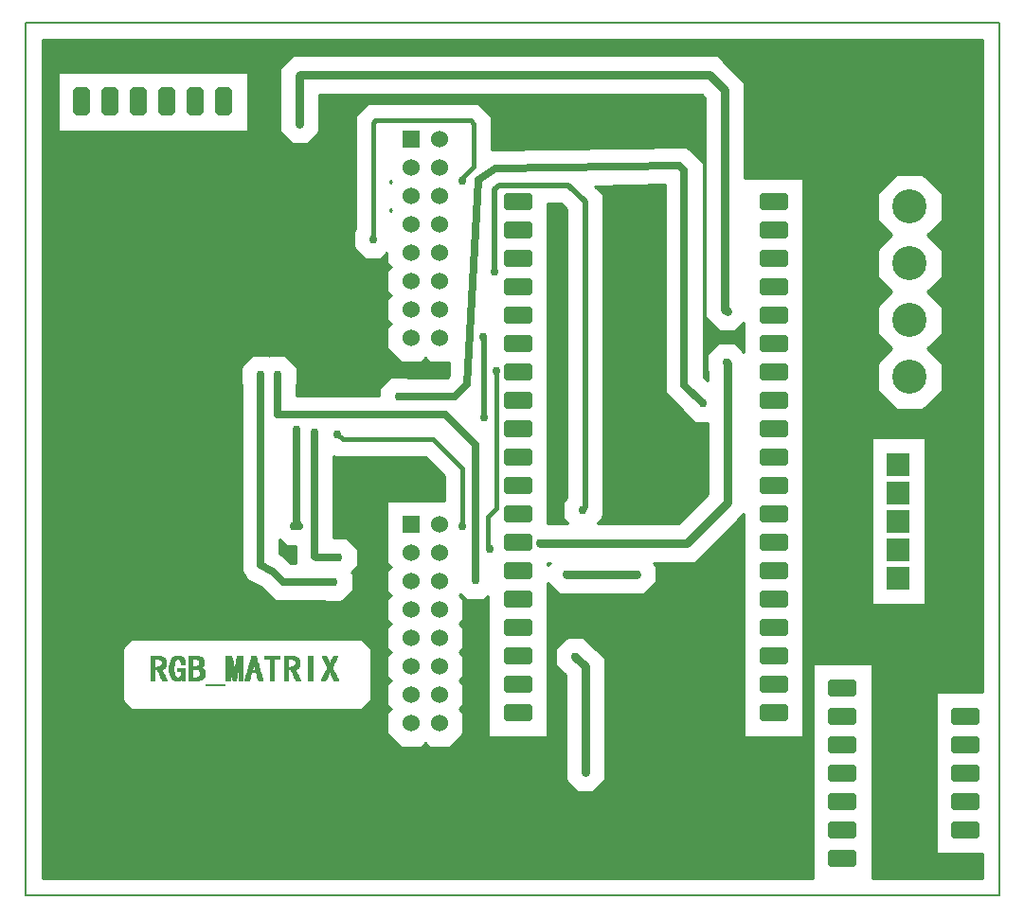
<source format=gbr>
G04 PROTEUS GERBER X2 FILE*
%TF.GenerationSoftware,Labcenter,Proteus,8.9-SP0-Build27865*%
%TF.CreationDate,2020-11-24T08:56:55+00:00*%
%TF.FileFunction,Copper,L1,Top*%
%TF.FilePolarity,Positive*%
%TF.Part,Single*%
%TF.SameCoordinates,{ee39a552-392a-4f40-a773-eadb6806b216}*%
%FSLAX45Y45*%
%MOMM*%
G01*
%TA.AperFunction,Conductor*%
%ADD10C,0.381000*%
%ADD11C,0.762000*%
%ADD12C,0.508000*%
%ADD13C,0.635000*%
%TA.AperFunction,ViaPad*%
%ADD14C,0.762000*%
%TA.AperFunction,Conductor*%
%ADD15C,0.254000*%
%TA.AperFunction,WasherPad*%
%ADD16R,1.524000X1.524000*%
%ADD17C,1.524000*%
%AMPPAD008*
4,1,36,
-0.965200,0.762000,
0.965200,0.762000,
1.027520,0.755940,
1.085160,0.738490,
1.136980,0.710770,
1.181890,0.673890,
1.218760,0.628980,
1.246480,0.577160,
1.263930,0.519520,
1.270000,0.457200,
1.270000,-0.457200,
1.263930,-0.519520,
1.246480,-0.577160,
1.218760,-0.628980,
1.181890,-0.673890,
1.136980,-0.710770,
1.085160,-0.738490,
1.027520,-0.755940,
0.965200,-0.762000,
-0.965200,-0.762000,
-1.027520,-0.755940,
-1.085160,-0.738490,
-1.136980,-0.710770,
-1.181890,-0.673890,
-1.218760,-0.628980,
-1.246480,-0.577160,
-1.263930,-0.519520,
-1.270000,-0.457200,
-1.270000,0.457200,
-1.263930,0.519520,
-1.246480,0.577160,
-1.218760,0.628980,
-1.181890,0.673890,
-1.136980,0.710770,
-1.085160,0.738490,
-1.027520,0.755940,
-0.965200,0.762000,
0*%
%TA.AperFunction,ComponentPad*%
%ADD18PPAD008*%
%AMDIL009*
4,1,8,
-0.762000,0.965200,-0.457200,1.270000,0.457200,1.270000,0.762000,0.965200,0.762000,-0.965200,
0.457200,-1.270000,-0.457200,-1.270000,-0.762000,-0.965200,-0.762000,0.965200,
0*%
%TA.AperFunction,ComponentPad*%
%ADD19DIL009*%
%TA.AperFunction,ComponentPad*%
%ADD70R,2.032000X2.032000*%
%TA.AperFunction,ComponentPad*%
%ADD71C,3.048000*%
%TA.AperFunction,Profile*%
%ADD20C,0.203200*%
%TA.AperFunction,NonConductor*%
%ADD21C,0.063500*%
%TD.AperFunction*%
G36*
X-749860Y-4534101D02*
X-1166699Y-4534101D01*
X-1166699Y-5981899D01*
X-749860Y-5981899D01*
X-749860Y-6200140D01*
X-1733301Y-6200140D01*
X-1733301Y-4280101D01*
X-2266699Y-4280101D01*
X-2266699Y-6200140D01*
X-9150140Y-6200140D01*
X-9150140Y+1300140D01*
X-749860Y+1300140D01*
X-749860Y-4534101D01*
G37*
%LPC*%
G36*
X-6210300Y-4142136D02*
X-6210300Y-4607864D01*
X-6292136Y-4689700D01*
X-8357864Y-4689700D01*
X-8439700Y-4607864D01*
X-8439700Y-4142136D01*
X-8357864Y-4060300D01*
X-6292136Y-4060300D01*
X-6210300Y-4142136D01*
G37*
G36*
X-3058919Y+1110363D02*
X-2872201Y+923645D01*
X-2872201Y+65899D01*
X-2347301Y+65899D01*
X-2347301Y-4937899D01*
X-2880699Y-4937899D01*
X-2880699Y-2943211D01*
X-3315287Y-3377799D01*
X-3690428Y-3377799D01*
X-3662553Y-3405674D01*
X-3662553Y-3552968D01*
X-3766705Y-3657120D01*
X-4537017Y-3657120D01*
X-4633301Y-3560836D01*
X-4633301Y-4937899D01*
X-5166699Y-4937899D01*
X-5166699Y-3674639D01*
X-5207044Y-3714984D01*
X-5354338Y-3714984D01*
X-5410998Y-3658324D01*
X-5421673Y-3669000D01*
X-5384101Y-3706572D01*
X-5384101Y-3885428D01*
X-5421673Y-3923000D01*
X-5384101Y-3960572D01*
X-5384101Y-4139428D01*
X-5421673Y-4177000D01*
X-5384101Y-4214572D01*
X-5384101Y-4393428D01*
X-5421673Y-4431000D01*
X-5384101Y-4468572D01*
X-5384101Y-4647428D01*
X-5421673Y-4685000D01*
X-5384101Y-4722572D01*
X-5384101Y-4901428D01*
X-5510572Y-5027899D01*
X-5689428Y-5027899D01*
X-5727000Y-4990327D01*
X-5764572Y-5027899D01*
X-5943428Y-5027899D01*
X-6069899Y-4901428D01*
X-6069899Y-4722572D01*
X-6032327Y-4685000D01*
X-6069899Y-4647428D01*
X-6069899Y-4468572D01*
X-6032327Y-4431000D01*
X-6069899Y-4393428D01*
X-6069899Y-4214572D01*
X-6032327Y-4177000D01*
X-6069899Y-4139428D01*
X-6069899Y-3960572D01*
X-6032327Y-3923000D01*
X-6069899Y-3885428D01*
X-6069899Y-3706572D01*
X-6032327Y-3669000D01*
X-6069899Y-3631428D01*
X-6069899Y-3452572D01*
X-6032327Y-3415000D01*
X-6069899Y-3377428D01*
X-6069899Y-2818101D01*
X-5558749Y-2818101D01*
X-5558749Y-2597766D01*
X-5722742Y-2433773D01*
X-6531779Y-2433773D01*
X-6544751Y-2420801D01*
X-6544751Y-3152423D01*
X-6430007Y-3152423D01*
X-6325855Y-3256575D01*
X-6325855Y-3403869D01*
X-6385270Y-3463284D01*
X-6372201Y-3476353D01*
X-6372201Y-3623647D01*
X-6476353Y-3727799D01*
X-6623647Y-3727799D01*
X-6629997Y-3721449D01*
X-7071015Y-3721449D01*
X-7196306Y-3596158D01*
X-7322486Y-3529042D01*
X-7371449Y-3447539D01*
X-7371449Y-1779997D01*
X-7377799Y-1773647D01*
X-7377799Y-1626353D01*
X-7273647Y-1522201D01*
X-7126353Y-1522201D01*
X-7125000Y-1523554D01*
X-7123647Y-1522201D01*
X-6976353Y-1522201D01*
X-6872201Y-1626353D01*
X-6872201Y-1773647D01*
X-6878551Y-1779997D01*
X-6878551Y-1878551D01*
X-6142095Y-1878551D01*
X-6142095Y-1814106D01*
X-6037943Y-1709954D01*
X-5890649Y-1709954D01*
X-5878028Y-1722575D01*
X-5533582Y-1722575D01*
X-5517617Y-1706610D01*
X-5510807Y-1581899D01*
X-5689428Y-1581899D01*
X-5727000Y-1544327D01*
X-5764572Y-1581899D01*
X-5943428Y-1581899D01*
X-6069899Y-1455428D01*
X-6069899Y-1276572D01*
X-6032327Y-1239000D01*
X-6069899Y-1201428D01*
X-6069899Y-1022572D01*
X-6032327Y-985000D01*
X-6069899Y-947428D01*
X-6069899Y-768572D01*
X-6032327Y-731000D01*
X-6069899Y-693428D01*
X-6069899Y-606346D01*
X-6122698Y-659145D01*
X-6269992Y-659145D01*
X-6374144Y-554993D01*
X-6374144Y-407699D01*
X-6355094Y-388649D01*
X-6355094Y+625495D01*
X-6243285Y+737304D01*
X-5255141Y+737304D01*
X-5133592Y+615755D01*
X-5133592Y+320947D01*
X-3385748Y+348162D01*
X-3240304Y+202718D01*
X-3240304Y-1717232D01*
X-3206984Y-1750552D01*
X-3206984Y-1665851D01*
X-3213256Y-1659579D01*
X-3213256Y-1512285D01*
X-3109104Y-1408133D01*
X-2961810Y-1408133D01*
X-2880699Y-1489244D01*
X-2880699Y-1231847D01*
X-2955539Y-1306687D01*
X-3102833Y-1306687D01*
X-3206985Y-1202535D01*
X-3206985Y-1202533D01*
X-3227799Y-1181719D01*
X-3227799Y+776355D01*
X-3258286Y+806842D01*
X-6672201Y+806842D01*
X-6672201Y+476353D01*
X-6776353Y+372201D01*
X-6923647Y+372201D01*
X-7027799Y+476353D01*
X-7027799Y+1050606D01*
X-6915965Y+1162440D01*
X-3110996Y+1162440D01*
X-3058919Y+1110363D01*
G37*
G36*
X-7314101Y+483301D02*
X-9015899Y+483301D01*
X-9015899Y+1016699D01*
X-7314101Y+1016699D01*
X-7314101Y+483301D01*
G37*
G36*
X-1258701Y-2737299D02*
X-1258701Y-3753299D01*
X-1741299Y-3753299D01*
X-1741299Y-2254701D01*
X-1258701Y-2254701D01*
X-1258701Y-2737299D01*
G37*
G36*
X-1107901Y-71009D02*
X-1107901Y-312991D01*
X-1240910Y-446000D01*
X-1107901Y-579009D01*
X-1107901Y-820991D01*
X-1240910Y-954000D01*
X-1107901Y-1087009D01*
X-1107901Y-1328991D01*
X-1240910Y-1462000D01*
X-1107901Y-1595009D01*
X-1107901Y-1836991D01*
X-1279009Y-2008099D01*
X-1520991Y-2008099D01*
X-1692099Y-1836991D01*
X-1692099Y-1595009D01*
X-1559090Y-1462000D01*
X-1692099Y-1328991D01*
X-1692099Y-1087009D01*
X-1559090Y-954000D01*
X-1692099Y-820991D01*
X-1692099Y-579009D01*
X-1559090Y-446000D01*
X-1692099Y-312991D01*
X-1692099Y-71009D01*
X-1520991Y+100099D01*
X-1279009Y+100099D01*
X-1107901Y-71009D01*
G37*
G36*
X-4208892Y-4143712D02*
X-4208892Y-4143714D01*
X-4122201Y-4230405D01*
X-4122201Y-5323647D01*
X-4226353Y-5427799D01*
X-4373647Y-5427799D01*
X-4477799Y-5323647D01*
X-4477799Y-4377697D01*
X-4564490Y-4291006D01*
X-4564490Y-4143712D01*
X-4460338Y-4039560D01*
X-4313044Y-4039560D01*
X-4208892Y-4143712D01*
G37*
%LPD*%
G36*
X-6032327Y+31000D02*
X-6037596Y+25731D01*
X-6037596Y+36269D01*
X-6032327Y+31000D01*
G37*
G36*
X-6032327Y-223000D02*
X-6037596Y-228269D01*
X-6037596Y-217731D01*
X-6032327Y-223000D01*
G37*
G36*
X-3583202Y-1859262D02*
X-3427799Y-2014665D01*
X-3427799Y-2023647D01*
X-3323647Y-2127799D01*
X-3206984Y-2127799D01*
X-3206984Y-2766608D01*
X-3462577Y-3022201D01*
X-4186125Y-3022201D01*
X-4141798Y-2977874D01*
X-4141798Y-2959912D01*
X-4134901Y-2953015D01*
X-4134901Y-81615D01*
X-4208921Y-7595D01*
X-3583202Y+2148D01*
X-3583202Y-1859262D01*
G37*
G36*
X-4465099Y-218385D02*
X-4465099Y-2798283D01*
X-4497396Y-2830580D01*
X-4497396Y-2977874D01*
X-4453069Y-3022201D01*
X-4633301Y-3022201D01*
X-4633301Y-165099D01*
X-4518385Y-165099D01*
X-4465099Y-218385D01*
G37*
G36*
X-6973647Y-3227799D02*
X-6887649Y-3227799D01*
X-6887649Y-3378551D01*
X-6928985Y-3378551D01*
X-6990063Y-3317473D01*
X-7028551Y-3297001D01*
X-7028551Y-3172895D01*
X-6973647Y-3227799D01*
G37*
G36*
X-4633301Y-3397806D02*
X-4633301Y-3377799D01*
X-4613294Y-3377799D01*
X-4633301Y-3397806D01*
G37*
D10*
X-5853999Y-858000D02*
X-5854000Y-858000D01*
X-5853999Y-1112000D02*
X-5854000Y-1112000D01*
X-5854000Y-3542001D02*
X-5854000Y-3542000D01*
D11*
X-6850000Y+550000D02*
X-6850000Y+976961D01*
X-6842320Y+984641D01*
X-3184641Y+984641D01*
X-3050000Y+850000D01*
X-3050000Y-1108074D01*
X-3029186Y-1128888D01*
D12*
X-5205431Y-2075901D02*
X-5205431Y-1360938D01*
X-5211703Y-1354666D01*
D10*
X-5090472Y-1661191D02*
X-5090472Y-2892259D01*
X-5163898Y-2965685D01*
X-5167801Y-2965685D01*
X-5167801Y-3232199D01*
X-5150000Y-3250000D01*
D11*
X-4700000Y-3200000D02*
X-3388932Y-3200000D01*
X-3029185Y-2840253D01*
X-3029185Y-1592204D01*
X-3035457Y-1585932D01*
D13*
X-7200000Y-1700000D02*
X-7200000Y-3400000D01*
X-7093185Y-3456815D01*
X-7000000Y-3550000D01*
X-6550000Y-3550000D01*
X-5280691Y-3537185D02*
X-5280691Y-2319310D01*
X-5550001Y-2050000D01*
X-7050000Y-2050000D01*
X-7050000Y-1700000D01*
X-6716200Y-2213880D02*
X-6716200Y-3317679D01*
X-6703657Y-3330222D01*
X-6503654Y-3330222D01*
X-6879260Y-2188790D02*
X-6879260Y-3020741D01*
X-6850001Y-3050000D01*
X-6900000Y-3050000D01*
D10*
X-5400000Y-3050000D02*
X-5400000Y-2532011D01*
X-5656987Y-2275024D01*
X-6466024Y-2275024D01*
X-6509925Y-2231123D01*
X-6196345Y-481346D02*
X-6196345Y+559740D01*
X-6177530Y+578555D01*
X-5320896Y+578555D01*
X-5292341Y+550000D01*
X-5292341Y+170751D01*
X-5400000Y+63092D01*
X-5400000Y+39197D01*
D13*
X-5964296Y-1887753D02*
X-5958025Y-1894024D01*
X-5462567Y-1894024D01*
X-5350000Y-1781457D01*
X-5250000Y+50000D01*
X-5100000Y+150000D01*
X-3455654Y+175604D01*
X-3411753Y+131703D01*
X-3411753Y-1788247D01*
X-3250000Y-1950000D01*
D11*
X-4300000Y-5250000D02*
X-4300000Y-4304050D01*
X-4386691Y-4217359D01*
X-3840352Y-3479321D02*
X-4463370Y-3479321D01*
D12*
X-5105559Y-776378D02*
X-5105559Y-38340D01*
X-5067219Y+0D01*
X-4450000Y+0D01*
X-4300000Y-150000D01*
X-4300000Y-2884630D01*
X-4319597Y-2904227D01*
D14*
X-6850000Y+550000D03*
X-3029186Y-1128888D03*
X-6879260Y-2188790D03*
X-6900000Y-3050000D03*
X-6716200Y-2213880D03*
X-6503654Y-3330222D03*
X-5205431Y-2075901D03*
X-5211703Y-1354666D03*
X-5090472Y-1661191D03*
X-5150000Y-3250000D03*
X-4700000Y-3200000D03*
X-3035457Y-1585932D03*
X-7200000Y-1700000D03*
X-6550000Y-3550000D03*
X-5280691Y-3537185D03*
X-7050000Y-1700000D03*
X-5400000Y-3050000D03*
X-6509925Y-2231123D03*
X-6196345Y-481346D03*
X-5400000Y+39197D03*
X-5964296Y-1887753D03*
X-3250000Y-1950000D03*
X-4300000Y-5250000D03*
X-4386691Y-4217359D03*
X-3840352Y-3479321D03*
X-4463370Y-3479321D03*
X-5105559Y-776378D03*
X-4319597Y-2904227D03*
D15*
X-749860Y-4534101D02*
X-1166699Y-4534101D01*
X-1166699Y-5981899D01*
X-749860Y-5981899D01*
X-749860Y-6200140D01*
X-1733301Y-6200140D01*
X-1733301Y-4280101D01*
X-2266699Y-4280101D01*
X-2266699Y-6200140D01*
X-9150140Y-6200140D01*
X-9150140Y+1300140D01*
X-749860Y+1300140D01*
X-749860Y-4534101D01*
X-6210300Y-4142136D02*
X-6210300Y-4607864D01*
X-6292136Y-4689700D01*
X-8357864Y-4689700D01*
X-8439700Y-4607864D01*
X-8439700Y-4142136D01*
X-8357864Y-4060300D01*
X-6292136Y-4060300D01*
X-6210300Y-4142136D01*
X-3058919Y+1110363D02*
X-2872201Y+923645D01*
X-2872201Y+65899D01*
X-2347301Y+65899D01*
X-2347301Y-4937899D01*
X-2880699Y-4937899D01*
X-2880699Y-2943211D01*
X-3315287Y-3377799D01*
X-3690428Y-3377799D01*
X-3662553Y-3405674D01*
X-3662553Y-3552968D01*
X-3766705Y-3657120D01*
X-4537017Y-3657120D01*
X-4633301Y-3560836D01*
X-4633301Y-4937899D01*
X-5166699Y-4937899D01*
X-5166699Y-3674639D01*
X-5207044Y-3714984D01*
X-5354338Y-3714984D01*
X-5410998Y-3658324D01*
X-5421673Y-3669000D01*
X-5384101Y-3706572D01*
X-5384101Y-3885428D01*
X-5421673Y-3923000D01*
X-5384101Y-3960572D01*
X-5384101Y-4139428D01*
X-5421673Y-4177000D01*
X-5384101Y-4214572D01*
X-5384101Y-4393428D01*
X-5421673Y-4431000D01*
X-5384101Y-4468572D01*
X-5384101Y-4647428D01*
X-5421673Y-4685000D01*
X-5384101Y-4722572D01*
X-5384101Y-4901428D01*
X-5510572Y-5027899D01*
X-5689428Y-5027899D01*
X-5727000Y-4990327D01*
X-5764572Y-5027899D01*
X-5943428Y-5027899D01*
X-6069899Y-4901428D01*
X-6069899Y-4722572D01*
X-6032327Y-4685000D01*
X-6069899Y-4647428D01*
X-6069899Y-4468572D01*
X-6032327Y-4431000D01*
X-6069899Y-4393428D01*
X-6069899Y-4214572D01*
X-6032327Y-4177000D01*
X-6069899Y-4139428D01*
X-6069899Y-3960572D01*
X-6032327Y-3923000D01*
X-6069899Y-3885428D01*
X-6069899Y-3706572D01*
X-6032327Y-3669000D01*
X-6069899Y-3631428D01*
X-6069899Y-3452572D01*
X-6032327Y-3415000D01*
X-6069899Y-3377428D01*
X-6069899Y-2818101D01*
X-5558749Y-2818101D01*
X-5558749Y-2597766D01*
X-5722742Y-2433773D01*
X-6531779Y-2433773D01*
X-6544751Y-2420801D01*
X-6544751Y-3152423D01*
X-6430007Y-3152423D01*
X-6325855Y-3256575D01*
X-6325855Y-3403869D01*
X-6385270Y-3463284D01*
X-6372201Y-3476353D01*
X-6372201Y-3623647D01*
X-6476353Y-3727799D01*
X-6623647Y-3727799D01*
X-6629997Y-3721449D01*
X-7071015Y-3721449D01*
X-7196306Y-3596158D01*
X-7322486Y-3529042D01*
X-7371449Y-3447539D01*
X-7371449Y-1779997D01*
X-7377799Y-1773647D01*
X-7377799Y-1626353D01*
X-7273647Y-1522201D01*
X-7126353Y-1522201D01*
X-7125000Y-1523554D01*
X-7123647Y-1522201D01*
X-6976353Y-1522201D01*
X-6872201Y-1626353D01*
X-6872201Y-1773647D01*
X-6878551Y-1779997D01*
X-6878551Y-1878551D01*
X-6142095Y-1878551D01*
X-6142095Y-1814106D01*
X-6037943Y-1709954D01*
X-5890649Y-1709954D01*
X-5878028Y-1722575D01*
X-5533582Y-1722575D01*
X-5517617Y-1706610D01*
X-5510807Y-1581899D01*
X-5689428Y-1581899D01*
X-5727000Y-1544327D01*
X-5764572Y-1581899D01*
X-5943428Y-1581899D01*
X-6069899Y-1455428D01*
X-6069899Y-1276572D01*
X-6032327Y-1239000D01*
X-6069899Y-1201428D01*
X-6069899Y-1022572D01*
X-6032327Y-985000D01*
X-6069899Y-947428D01*
X-6069899Y-768572D01*
X-6032327Y-731000D01*
X-6069899Y-693428D01*
X-6069899Y-606346D01*
X-6122698Y-659145D01*
X-6269992Y-659145D01*
X-6374144Y-554993D01*
X-6374144Y-407699D01*
X-6355094Y-388649D01*
X-6355094Y+625495D01*
X-6243285Y+737304D01*
X-5255141Y+737304D01*
X-5133592Y+615755D01*
X-5133592Y+320947D01*
X-3385748Y+348162D01*
X-3240304Y+202718D01*
X-3240304Y-1717232D01*
X-3206984Y-1750552D01*
X-3206984Y-1665851D01*
X-3213256Y-1659579D01*
X-3213256Y-1512285D01*
X-3109104Y-1408133D01*
X-2961810Y-1408133D01*
X-2880699Y-1489244D01*
X-2880699Y-1231847D01*
X-2955539Y-1306687D01*
X-3102833Y-1306687D01*
X-3206985Y-1202535D01*
X-3206985Y-1202533D01*
X-3227799Y-1181719D01*
X-3227799Y+776355D01*
X-3258286Y+806842D01*
X-6672201Y+806842D01*
X-6672201Y+476353D01*
X-6776353Y+372201D01*
X-6923647Y+372201D01*
X-7027799Y+476353D01*
X-7027799Y+1050606D01*
X-6915965Y+1162440D01*
X-3110996Y+1162440D01*
X-3058919Y+1110363D01*
X-7314101Y+483301D02*
X-9015899Y+483301D01*
X-9015899Y+1016699D01*
X-7314101Y+1016699D01*
X-7314101Y+483301D01*
X-1258701Y-2737299D02*
X-1258701Y-3753299D01*
X-1741299Y-3753299D01*
X-1741299Y-2254701D01*
X-1258701Y-2254701D01*
X-1258701Y-2737299D01*
X-1107901Y-71009D02*
X-1107901Y-312991D01*
X-1240910Y-446000D01*
X-1107901Y-579009D01*
X-1107901Y-820991D01*
X-1240910Y-954000D01*
X-1107901Y-1087009D01*
X-1107901Y-1328991D01*
X-1240910Y-1462000D01*
X-1107901Y-1595009D01*
X-1107901Y-1836991D01*
X-1279009Y-2008099D01*
X-1520991Y-2008099D01*
X-1692099Y-1836991D01*
X-1692099Y-1595009D01*
X-1559090Y-1462000D01*
X-1692099Y-1328991D01*
X-1692099Y-1087009D01*
X-1559090Y-954000D01*
X-1692099Y-820991D01*
X-1692099Y-579009D01*
X-1559090Y-446000D01*
X-1692099Y-312991D01*
X-1692099Y-71009D01*
X-1520991Y+100099D01*
X-1279009Y+100099D01*
X-1107901Y-71009D01*
X-4208892Y-4143712D02*
X-4208892Y-4143714D01*
X-4122201Y-4230405D01*
X-4122201Y-5323647D01*
X-4226353Y-5427799D01*
X-4373647Y-5427799D01*
X-4477799Y-5323647D01*
X-4477799Y-4377697D01*
X-4564490Y-4291006D01*
X-4564490Y-4143712D01*
X-4460338Y-4039560D01*
X-4313044Y-4039560D01*
X-4208892Y-4143712D01*
X-6032327Y+31000D02*
X-6037596Y+25731D01*
X-6037596Y+36269D01*
X-6032327Y+31000D01*
X-6032327Y-223000D02*
X-6037596Y-228269D01*
X-6037596Y-217731D01*
X-6032327Y-223000D01*
X-3583202Y-1859262D02*
X-3427799Y-2014665D01*
X-3427799Y-2023647D01*
X-3323647Y-2127799D01*
X-3206984Y-2127799D01*
X-3206984Y-2766608D01*
X-3462577Y-3022201D01*
X-4186125Y-3022201D01*
X-4141798Y-2977874D01*
X-4141798Y-2959912D01*
X-4134901Y-2953015D01*
X-4134901Y-81615D01*
X-4208921Y-7595D01*
X-3583202Y+2148D01*
X-3583202Y-1859262D01*
X-4465099Y-218385D02*
X-4465099Y-2798283D01*
X-4497396Y-2830580D01*
X-4497396Y-2977874D01*
X-4453069Y-3022201D01*
X-4633301Y-3022201D01*
X-4633301Y-165099D01*
X-4518385Y-165099D01*
X-4465099Y-218385D01*
X-6973647Y-3227799D02*
X-6887649Y-3227799D01*
X-6887649Y-3378551D01*
X-6928985Y-3378551D01*
X-6990063Y-3317473D01*
X-7028551Y-3297001D01*
X-7028551Y-3172895D01*
X-6973647Y-3227799D01*
X-4633301Y-3397806D02*
X-4633301Y-3377799D01*
X-4613294Y-3377799D01*
X-4633301Y-3397806D01*
D16*
X-5854000Y+412000D03*
D17*
X-5600000Y+412000D03*
X-5854000Y+158000D03*
X-5600000Y+158000D03*
X-5854000Y-96000D03*
X-5600000Y-96000D03*
X-5854000Y-350000D03*
X-5600000Y-350000D03*
X-5854000Y-604000D03*
X-5600000Y-604000D03*
X-5854000Y-858000D03*
X-5600000Y-858000D03*
X-5854000Y-1112000D03*
X-5600000Y-1112000D03*
X-5854000Y-1366000D03*
X-5600000Y-1366000D03*
D18*
X-4900000Y-150000D03*
X-4900000Y-404000D03*
X-4900000Y-658000D03*
X-4900000Y-912000D03*
X-4900000Y-1166000D03*
X-4900000Y-1420000D03*
X-4900000Y-1674000D03*
X-4900000Y-1928000D03*
X-4900000Y-2182000D03*
X-4900000Y-2436000D03*
X-4900000Y-2690000D03*
X-4900000Y-2944000D03*
X-4900000Y-3198000D03*
X-4900000Y-3452000D03*
X-4900000Y-3706000D03*
X-4900000Y-3960000D03*
X-4900000Y-4214000D03*
X-4900000Y-4468000D03*
X-4900000Y-4722000D03*
X-2614000Y-150000D03*
X-2614000Y-404000D03*
X-2614000Y-658000D03*
X-2614000Y-912000D03*
X-2614000Y-1166000D03*
X-2614000Y-1420000D03*
X-2614000Y-1674000D03*
X-2614000Y-1928000D03*
X-2614000Y-2182000D03*
X-2614000Y-2436000D03*
X-2614000Y-2690000D03*
X-2614000Y-2944000D03*
X-2614000Y-3198000D03*
X-2614000Y-3452000D03*
X-2614000Y-3706000D03*
X-2614000Y-3960000D03*
X-2614000Y-4214000D03*
X-2614000Y-4468000D03*
X-2614000Y-4722000D03*
D16*
X-5854000Y-3034000D03*
D17*
X-5600000Y-3034000D03*
X-5854000Y-3288000D03*
X-5600000Y-3288000D03*
X-5854000Y-3542000D03*
X-5600000Y-3542000D03*
X-5854000Y-3796000D03*
X-5600000Y-3796000D03*
X-5854000Y-4050000D03*
X-5600000Y-4050000D03*
X-5854000Y-4304000D03*
X-5600000Y-4304000D03*
X-5854000Y-4558000D03*
X-5600000Y-4558000D03*
X-5854000Y-4812000D03*
X-5600000Y-4812000D03*
D19*
X-8800000Y+750000D03*
X-8546000Y+750000D03*
X-8292000Y+750000D03*
X-8038000Y+750000D03*
X-7784000Y+750000D03*
X-7530000Y+750000D03*
D70*
X-1500000Y-2496000D03*
X-1500000Y-2750000D03*
X-1500000Y-3004000D03*
X-1500000Y-3258000D03*
X-1500000Y-3512000D03*
D71*
X-1400000Y-192000D03*
X-1400000Y-700000D03*
X-1400000Y-1208000D03*
X-1400000Y-1716000D03*
D18*
X-2000000Y-4496000D03*
X-2000000Y-4750000D03*
X-2000000Y-5004000D03*
X-2000000Y-5258000D03*
X-2000000Y-5512000D03*
X-2000000Y-5766000D03*
X-2000000Y-6020000D03*
X-900000Y-4750000D03*
X-900000Y-5004000D03*
X-900000Y-5258000D03*
X-900000Y-5512000D03*
X-900000Y-5766000D03*
D20*
X-9300000Y-6350000D02*
X-600000Y-6350000D01*
X-600000Y+1450000D01*
X-9300000Y+1450000D01*
X-9300000Y-6350000D01*
D21*
X-7686920Y-4474386D02*
X-7519280Y-4474386D01*
X-7686920Y-4469306D02*
X-7519280Y-4469306D01*
X-7686920Y-4464226D02*
X-7519280Y-4464226D01*
X-8184760Y-4428666D02*
X-8149200Y-4428666D01*
X-8078080Y-4428666D02*
X-8037440Y-4428666D01*
X-7966320Y-4428666D02*
X-7915520Y-4428666D01*
X-7905360Y-4428666D02*
X-7874880Y-4428666D01*
X-7844400Y-4428666D02*
X-7752960Y-4428666D01*
X-7509120Y-4428666D02*
X-7473560Y-4428666D01*
X-7448160Y-4428666D02*
X-7417680Y-4428666D01*
X-7397360Y-4428666D02*
X-7361800Y-4428666D01*
X-7341480Y-4428666D02*
X-7300840Y-4428666D01*
X-7219560Y-4428666D02*
X-7178920Y-4428666D01*
X-7112880Y-4428666D02*
X-7077320Y-4428666D01*
X-6990960Y-4428666D02*
X-6955400Y-4428666D01*
X-6884280Y-4428666D02*
X-6843640Y-4428666D01*
X-6772520Y-4428666D02*
X-6736960Y-4428666D01*
X-6660760Y-4428666D02*
X-6620120Y-4428666D01*
X-6543920Y-4428666D02*
X-6503280Y-4428666D01*
X-8184760Y-4423586D02*
X-8149200Y-4423586D01*
X-8083160Y-4423586D02*
X-8037440Y-4423586D01*
X-7976480Y-4423586D02*
X-7874880Y-4423586D01*
X-7844400Y-4423586D02*
X-7732640Y-4423586D01*
X-7509120Y-4423586D02*
X-7473560Y-4423586D01*
X-7448160Y-4423586D02*
X-7417680Y-4423586D01*
X-7397360Y-4423586D02*
X-7361800Y-4423586D01*
X-7341480Y-4423586D02*
X-7300840Y-4423586D01*
X-7224640Y-4423586D02*
X-7178920Y-4423586D01*
X-7112880Y-4423586D02*
X-7077320Y-4423586D01*
X-6990960Y-4423586D02*
X-6955400Y-4423586D01*
X-6889360Y-4423586D02*
X-6843640Y-4423586D01*
X-6772520Y-4423586D02*
X-6736960Y-4423586D01*
X-6660760Y-4423586D02*
X-6615040Y-4423586D01*
X-6549000Y-4423586D02*
X-6503280Y-4423586D01*
X-8184760Y-4418506D02*
X-8149200Y-4418506D01*
X-8083160Y-4418506D02*
X-8042520Y-4418506D01*
X-7986640Y-4418506D02*
X-7874880Y-4418506D01*
X-7844400Y-4418506D02*
X-7722480Y-4418506D01*
X-7509120Y-4418506D02*
X-7473560Y-4418506D01*
X-7453240Y-4418506D02*
X-7417680Y-4418506D01*
X-7397360Y-4418506D02*
X-7361800Y-4418506D01*
X-7341480Y-4418506D02*
X-7300840Y-4418506D01*
X-7224640Y-4418506D02*
X-7184000Y-4418506D01*
X-7112880Y-4418506D02*
X-7077320Y-4418506D01*
X-6990960Y-4418506D02*
X-6955400Y-4418506D01*
X-6889360Y-4418506D02*
X-6848720Y-4418506D01*
X-6772520Y-4418506D02*
X-6736960Y-4418506D01*
X-6655680Y-4418506D02*
X-6615040Y-4418506D01*
X-6549000Y-4418506D02*
X-6508360Y-4418506D01*
X-8184760Y-4413426D02*
X-8149200Y-4413426D01*
X-8088240Y-4413426D02*
X-8042520Y-4413426D01*
X-7991720Y-4413426D02*
X-7874880Y-4413426D01*
X-7844400Y-4413426D02*
X-7717400Y-4413426D01*
X-7509120Y-4413426D02*
X-7473560Y-4413426D01*
X-7453240Y-4413426D02*
X-7417680Y-4413426D01*
X-7397360Y-4413426D02*
X-7361800Y-4413426D01*
X-7341480Y-4413426D02*
X-7295760Y-4413426D01*
X-7224640Y-4413426D02*
X-7184000Y-4413426D01*
X-7112880Y-4413426D02*
X-7077320Y-4413426D01*
X-6990960Y-4413426D02*
X-6955400Y-4413426D01*
X-6894440Y-4413426D02*
X-6848720Y-4413426D01*
X-6772520Y-4413426D02*
X-6736960Y-4413426D01*
X-6655680Y-4413426D02*
X-6609960Y-4413426D01*
X-6554080Y-4413426D02*
X-6508360Y-4413426D01*
X-8184760Y-4408346D02*
X-8149200Y-4408346D01*
X-8088240Y-4408346D02*
X-8047600Y-4408346D01*
X-7996800Y-4408346D02*
X-7874880Y-4408346D01*
X-7844400Y-4408346D02*
X-7712320Y-4408346D01*
X-7509120Y-4408346D02*
X-7473560Y-4408346D01*
X-7453240Y-4408346D02*
X-7412600Y-4408346D01*
X-7397360Y-4408346D02*
X-7361800Y-4408346D01*
X-7336400Y-4408346D02*
X-7295760Y-4408346D01*
X-7224640Y-4408346D02*
X-7184000Y-4408346D01*
X-7112880Y-4408346D02*
X-7077320Y-4408346D01*
X-6990960Y-4408346D02*
X-6955400Y-4408346D01*
X-6894440Y-4408346D02*
X-6853800Y-4408346D01*
X-6772520Y-4408346D02*
X-6736960Y-4408346D01*
X-6650600Y-4408346D02*
X-6609960Y-4408346D01*
X-6554080Y-4408346D02*
X-6513440Y-4408346D01*
X-8184760Y-4403266D02*
X-8149200Y-4403266D01*
X-8093320Y-4403266D02*
X-8047600Y-4403266D01*
X-7996800Y-4403266D02*
X-7874880Y-4403266D01*
X-7844400Y-4403266D02*
X-7707240Y-4403266D01*
X-7509120Y-4403266D02*
X-7473560Y-4403266D01*
X-7453240Y-4403266D02*
X-7412600Y-4403266D01*
X-7397360Y-4403266D02*
X-7361800Y-4403266D01*
X-7336400Y-4403266D02*
X-7295760Y-4403266D01*
X-7229720Y-4403266D02*
X-7184000Y-4403266D01*
X-7112880Y-4403266D02*
X-7077320Y-4403266D01*
X-6990960Y-4403266D02*
X-6955400Y-4403266D01*
X-6899520Y-4403266D02*
X-6853800Y-4403266D01*
X-6772520Y-4403266D02*
X-6736960Y-4403266D01*
X-6650600Y-4403266D02*
X-6604880Y-4403266D01*
X-6559160Y-4403266D02*
X-6513440Y-4403266D01*
X-8184760Y-4398186D02*
X-8149200Y-4398186D01*
X-8093320Y-4398186D02*
X-8052680Y-4398186D01*
X-8001880Y-4398186D02*
X-7951080Y-4398186D01*
X-7925680Y-4398186D02*
X-7874880Y-4398186D01*
X-7844400Y-4398186D02*
X-7808840Y-4398186D01*
X-7768200Y-4398186D02*
X-7707240Y-4398186D01*
X-7509120Y-4398186D02*
X-7473560Y-4398186D01*
X-7453240Y-4398186D02*
X-7412600Y-4398186D01*
X-7397360Y-4398186D02*
X-7361800Y-4398186D01*
X-7336400Y-4398186D02*
X-7295760Y-4398186D01*
X-7229720Y-4398186D02*
X-7189080Y-4398186D01*
X-7112880Y-4398186D02*
X-7077320Y-4398186D01*
X-6990960Y-4398186D02*
X-6955400Y-4398186D01*
X-6899520Y-4398186D02*
X-6858880Y-4398186D01*
X-6772520Y-4398186D02*
X-6736960Y-4398186D01*
X-6645520Y-4398186D02*
X-6604880Y-4398186D01*
X-6559160Y-4398186D02*
X-6518520Y-4398186D01*
X-8184760Y-4393106D02*
X-8149200Y-4393106D01*
X-8098400Y-4393106D02*
X-8052680Y-4393106D01*
X-8001880Y-4393106D02*
X-7956160Y-4393106D01*
X-7920600Y-4393106D02*
X-7874880Y-4393106D01*
X-7844400Y-4393106D02*
X-7808840Y-4393106D01*
X-7752960Y-4393106D02*
X-7702160Y-4393106D01*
X-7509120Y-4393106D02*
X-7473560Y-4393106D01*
X-7458320Y-4393106D02*
X-7412600Y-4393106D01*
X-7397360Y-4393106D02*
X-7361800Y-4393106D01*
X-7331320Y-4393106D02*
X-7290680Y-4393106D01*
X-7229720Y-4393106D02*
X-7189080Y-4393106D01*
X-7112880Y-4393106D02*
X-7077320Y-4393106D01*
X-6990960Y-4393106D02*
X-6955400Y-4393106D01*
X-6904600Y-4393106D02*
X-6858880Y-4393106D01*
X-6772520Y-4393106D02*
X-6736960Y-4393106D01*
X-6645520Y-4393106D02*
X-6599800Y-4393106D01*
X-6564240Y-4393106D02*
X-6518520Y-4393106D01*
X-8184760Y-4388026D02*
X-8149200Y-4388026D01*
X-8098400Y-4388026D02*
X-8057760Y-4388026D01*
X-8006960Y-4388026D02*
X-7961240Y-4388026D01*
X-7915520Y-4388026D02*
X-7874880Y-4388026D01*
X-7844400Y-4388026D02*
X-7808840Y-4388026D01*
X-7747880Y-4388026D02*
X-7702160Y-4388026D01*
X-7509120Y-4388026D02*
X-7473560Y-4388026D01*
X-7458320Y-4388026D02*
X-7412600Y-4388026D01*
X-7397360Y-4388026D02*
X-7361800Y-4388026D01*
X-7331320Y-4388026D02*
X-7290680Y-4388026D01*
X-7229720Y-4388026D02*
X-7189080Y-4388026D01*
X-7112880Y-4388026D02*
X-7077320Y-4388026D01*
X-6990960Y-4388026D02*
X-6955400Y-4388026D01*
X-6904600Y-4388026D02*
X-6863960Y-4388026D01*
X-6772520Y-4388026D02*
X-6736960Y-4388026D01*
X-6640440Y-4388026D02*
X-6599800Y-4388026D01*
X-6564240Y-4388026D02*
X-6523600Y-4388026D01*
X-8184760Y-4382946D02*
X-8149200Y-4382946D01*
X-8098400Y-4382946D02*
X-8057760Y-4382946D01*
X-8006960Y-4382946D02*
X-7966320Y-4382946D01*
X-7910440Y-4382946D02*
X-7874880Y-4382946D01*
X-7844400Y-4382946D02*
X-7808840Y-4382946D01*
X-7742800Y-4382946D02*
X-7702160Y-4382946D01*
X-7509120Y-4382946D02*
X-7473560Y-4382946D01*
X-7458320Y-4382946D02*
X-7407520Y-4382946D01*
X-7397360Y-4382946D02*
X-7361800Y-4382946D01*
X-7331320Y-4382946D02*
X-7290680Y-4382946D01*
X-7234800Y-4382946D02*
X-7194160Y-4382946D01*
X-7112880Y-4382946D02*
X-7077320Y-4382946D01*
X-6990960Y-4382946D02*
X-6955400Y-4382946D01*
X-6904600Y-4382946D02*
X-6863960Y-4382946D01*
X-6772520Y-4382946D02*
X-6736960Y-4382946D01*
X-6640440Y-4382946D02*
X-6599800Y-4382946D01*
X-6564240Y-4382946D02*
X-6523600Y-4382946D01*
X-8184760Y-4377866D02*
X-8149200Y-4377866D01*
X-8103480Y-4377866D02*
X-8062840Y-4377866D01*
X-8012040Y-4377866D02*
X-7966320Y-4377866D01*
X-7910440Y-4377866D02*
X-7874880Y-4377866D01*
X-7844400Y-4377866D02*
X-7808840Y-4377866D01*
X-7742800Y-4377866D02*
X-7702160Y-4377866D01*
X-7509120Y-4377866D02*
X-7473560Y-4377866D01*
X-7458320Y-4377866D02*
X-7407520Y-4377866D01*
X-7397360Y-4377866D02*
X-7361800Y-4377866D01*
X-7331320Y-4377866D02*
X-7290680Y-4377866D01*
X-7234800Y-4377866D02*
X-7194160Y-4377866D01*
X-7112880Y-4377866D02*
X-7077320Y-4377866D01*
X-6990960Y-4377866D02*
X-6955400Y-4377866D01*
X-6909680Y-4377866D02*
X-6869040Y-4377866D01*
X-6772520Y-4377866D02*
X-6736960Y-4377866D01*
X-6635360Y-4377866D02*
X-6594720Y-4377866D01*
X-6569320Y-4377866D02*
X-6528680Y-4377866D01*
X-8184760Y-4372786D02*
X-8149200Y-4372786D01*
X-8103480Y-4372786D02*
X-8062840Y-4372786D01*
X-8012040Y-4372786D02*
X-7966320Y-4372786D01*
X-7910440Y-4372786D02*
X-7874880Y-4372786D01*
X-7844400Y-4372786D02*
X-7808840Y-4372786D01*
X-7742800Y-4372786D02*
X-7702160Y-4372786D01*
X-7509120Y-4372786D02*
X-7473560Y-4372786D01*
X-7458320Y-4372786D02*
X-7407520Y-4372786D01*
X-7397360Y-4372786D02*
X-7361800Y-4372786D01*
X-7326240Y-4372786D02*
X-7285600Y-4372786D01*
X-7234800Y-4372786D02*
X-7194160Y-4372786D01*
X-7112880Y-4372786D02*
X-7077320Y-4372786D01*
X-6990960Y-4372786D02*
X-6955400Y-4372786D01*
X-6909680Y-4372786D02*
X-6869040Y-4372786D01*
X-6772520Y-4372786D02*
X-6736960Y-4372786D01*
X-6635360Y-4372786D02*
X-6594720Y-4372786D01*
X-6569320Y-4372786D02*
X-6528680Y-4372786D01*
X-8184760Y-4367706D02*
X-8149200Y-4367706D01*
X-8108560Y-4367706D02*
X-8067920Y-4367706D01*
X-8012040Y-4367706D02*
X-7971400Y-4367706D01*
X-7910440Y-4367706D02*
X-7874880Y-4367706D01*
X-7844400Y-4367706D02*
X-7808840Y-4367706D01*
X-7742800Y-4367706D02*
X-7702160Y-4367706D01*
X-7509120Y-4367706D02*
X-7473560Y-4367706D01*
X-7463400Y-4367706D02*
X-7407520Y-4367706D01*
X-7397360Y-4367706D02*
X-7361800Y-4367706D01*
X-7326240Y-4367706D02*
X-7285600Y-4367706D01*
X-7234800Y-4367706D02*
X-7199240Y-4367706D01*
X-7112880Y-4367706D02*
X-7077320Y-4367706D01*
X-6990960Y-4367706D02*
X-6955400Y-4367706D01*
X-6914760Y-4367706D02*
X-6874120Y-4367706D01*
X-6772520Y-4367706D02*
X-6736960Y-4367706D01*
X-6630280Y-4367706D02*
X-6589640Y-4367706D01*
X-6574400Y-4367706D02*
X-6533760Y-4367706D01*
X-8184760Y-4362626D02*
X-8149200Y-4362626D01*
X-8108560Y-4362626D02*
X-8067920Y-4362626D01*
X-8012040Y-4362626D02*
X-7971400Y-4362626D01*
X-7910440Y-4362626D02*
X-7874880Y-4362626D01*
X-7844400Y-4362626D02*
X-7808840Y-4362626D01*
X-7742800Y-4362626D02*
X-7702160Y-4362626D01*
X-7509120Y-4362626D02*
X-7473560Y-4362626D01*
X-7463400Y-4362626D02*
X-7407520Y-4362626D01*
X-7397360Y-4362626D02*
X-7361800Y-4362626D01*
X-7326240Y-4362626D02*
X-7285600Y-4362626D01*
X-7239880Y-4362626D02*
X-7199240Y-4362626D01*
X-7112880Y-4362626D02*
X-7077320Y-4362626D01*
X-6990960Y-4362626D02*
X-6955400Y-4362626D01*
X-6914760Y-4362626D02*
X-6874120Y-4362626D01*
X-6772520Y-4362626D02*
X-6736960Y-4362626D01*
X-6630280Y-4362626D02*
X-6589640Y-4362626D01*
X-6574400Y-4362626D02*
X-6533760Y-4362626D01*
X-8184760Y-4357546D02*
X-8149200Y-4357546D01*
X-8113640Y-4357546D02*
X-8073000Y-4357546D01*
X-8012040Y-4357546D02*
X-7971400Y-4357546D01*
X-7910440Y-4357546D02*
X-7874880Y-4357546D01*
X-7844400Y-4357546D02*
X-7808840Y-4357546D01*
X-7742800Y-4357546D02*
X-7702160Y-4357546D01*
X-7509120Y-4357546D02*
X-7473560Y-4357546D01*
X-7463400Y-4357546D02*
X-7402440Y-4357546D01*
X-7397360Y-4357546D02*
X-7361800Y-4357546D01*
X-7321160Y-4357546D02*
X-7199240Y-4357546D01*
X-7112880Y-4357546D02*
X-7077320Y-4357546D01*
X-6990960Y-4357546D02*
X-6955400Y-4357546D01*
X-6919840Y-4357546D02*
X-6879200Y-4357546D01*
X-6772520Y-4357546D02*
X-6736960Y-4357546D01*
X-6625200Y-4357546D02*
X-6584560Y-4357546D01*
X-6579480Y-4357546D02*
X-6538840Y-4357546D01*
X-8184760Y-4352466D02*
X-8149200Y-4352466D01*
X-8113640Y-4352466D02*
X-8073000Y-4352466D01*
X-8017120Y-4352466D02*
X-7971400Y-4352466D01*
X-7905360Y-4352466D02*
X-7874880Y-4352466D01*
X-7844400Y-4352466D02*
X-7808840Y-4352466D01*
X-7742800Y-4352466D02*
X-7702160Y-4352466D01*
X-7509120Y-4352466D02*
X-7473560Y-4352466D01*
X-7463400Y-4352466D02*
X-7402440Y-4352466D01*
X-7397360Y-4352466D02*
X-7361800Y-4352466D01*
X-7321160Y-4352466D02*
X-7199240Y-4352466D01*
X-7112880Y-4352466D02*
X-7077320Y-4352466D01*
X-6990960Y-4352466D02*
X-6955400Y-4352466D01*
X-6919840Y-4352466D02*
X-6879200Y-4352466D01*
X-6772520Y-4352466D02*
X-6736960Y-4352466D01*
X-6625200Y-4352466D02*
X-6584560Y-4352466D01*
X-6579480Y-4352466D02*
X-6538840Y-4352466D01*
X-8184760Y-4347386D02*
X-8149200Y-4347386D01*
X-8118720Y-4347386D02*
X-8078080Y-4347386D01*
X-8017120Y-4347386D02*
X-7976480Y-4347386D01*
X-7905360Y-4347386D02*
X-7874880Y-4347386D01*
X-7844400Y-4347386D02*
X-7808840Y-4347386D01*
X-7742800Y-4347386D02*
X-7702160Y-4347386D01*
X-7509120Y-4347386D02*
X-7473560Y-4347386D01*
X-7463400Y-4347386D02*
X-7402440Y-4347386D01*
X-7397360Y-4347386D02*
X-7361800Y-4347386D01*
X-7321160Y-4347386D02*
X-7204320Y-4347386D01*
X-7112880Y-4347386D02*
X-7077320Y-4347386D01*
X-6990960Y-4347386D02*
X-6955400Y-4347386D01*
X-6924920Y-4347386D02*
X-6884280Y-4347386D01*
X-6772520Y-4347386D02*
X-6736960Y-4347386D01*
X-6620120Y-4347386D02*
X-6543920Y-4347386D01*
X-8184760Y-4342306D02*
X-8149200Y-4342306D01*
X-8118720Y-4342306D02*
X-8078080Y-4342306D01*
X-8017120Y-4342306D02*
X-7976480Y-4342306D01*
X-7946000Y-4342306D02*
X-7874880Y-4342306D01*
X-7844400Y-4342306D02*
X-7808840Y-4342306D01*
X-7747880Y-4342306D02*
X-7702160Y-4342306D01*
X-7509120Y-4342306D02*
X-7473560Y-4342306D01*
X-7468480Y-4342306D02*
X-7402440Y-4342306D01*
X-7397360Y-4342306D02*
X-7361800Y-4342306D01*
X-7321160Y-4342306D02*
X-7204320Y-4342306D01*
X-7112880Y-4342306D02*
X-7077320Y-4342306D01*
X-6990960Y-4342306D02*
X-6955400Y-4342306D01*
X-6924920Y-4342306D02*
X-6884280Y-4342306D01*
X-6772520Y-4342306D02*
X-6736960Y-4342306D01*
X-6620120Y-4342306D02*
X-6543920Y-4342306D01*
X-8184760Y-4337226D02*
X-8149200Y-4337226D01*
X-8123800Y-4337226D02*
X-8083160Y-4337226D01*
X-8017120Y-4337226D02*
X-7976480Y-4337226D01*
X-7946000Y-4337226D02*
X-7874880Y-4337226D01*
X-7844400Y-4337226D02*
X-7808840Y-4337226D01*
X-7752960Y-4337226D02*
X-7702160Y-4337226D01*
X-7509120Y-4337226D02*
X-7473560Y-4337226D01*
X-7468480Y-4337226D02*
X-7402440Y-4337226D01*
X-7397360Y-4337226D02*
X-7361800Y-4337226D01*
X-7316080Y-4337226D02*
X-7204320Y-4337226D01*
X-7112880Y-4337226D02*
X-7077320Y-4337226D01*
X-6990960Y-4337226D02*
X-6955400Y-4337226D01*
X-6930000Y-4337226D02*
X-6889360Y-4337226D01*
X-6772520Y-4337226D02*
X-6736960Y-4337226D01*
X-6615040Y-4337226D02*
X-6549000Y-4337226D01*
X-8184760Y-4332146D02*
X-8083160Y-4332146D01*
X-8017120Y-4332146D02*
X-7976480Y-4332146D01*
X-7946000Y-4332146D02*
X-7874880Y-4332146D01*
X-7844400Y-4332146D02*
X-7808840Y-4332146D01*
X-7763120Y-4332146D02*
X-7707240Y-4332146D01*
X-7509120Y-4332146D02*
X-7473560Y-4332146D01*
X-7468480Y-4332146D02*
X-7361800Y-4332146D01*
X-7316080Y-4332146D02*
X-7275440Y-4332146D01*
X-7244960Y-4332146D02*
X-7209400Y-4332146D01*
X-7112880Y-4332146D02*
X-7077320Y-4332146D01*
X-6990960Y-4332146D02*
X-6889360Y-4332146D01*
X-6772520Y-4332146D02*
X-6736960Y-4332146D01*
X-6609960Y-4332146D02*
X-6554080Y-4332146D01*
X-8184760Y-4327066D02*
X-8073000Y-4327066D01*
X-8017120Y-4327066D02*
X-7976480Y-4327066D01*
X-7946000Y-4327066D02*
X-7874880Y-4327066D01*
X-7844400Y-4327066D02*
X-7712320Y-4327066D01*
X-7509120Y-4327066D02*
X-7473560Y-4327066D01*
X-7468480Y-4327066D02*
X-7361800Y-4327066D01*
X-7316080Y-4327066D02*
X-7275440Y-4327066D01*
X-7250040Y-4327066D02*
X-7209400Y-4327066D01*
X-7112880Y-4327066D02*
X-7077320Y-4327066D01*
X-6990960Y-4327066D02*
X-6879200Y-4327066D01*
X-6772520Y-4327066D02*
X-6736960Y-4327066D01*
X-6609960Y-4327066D02*
X-6554080Y-4327066D01*
X-8184760Y-4321986D02*
X-8062840Y-4321986D01*
X-8017120Y-4321986D02*
X-7976480Y-4321986D01*
X-7946000Y-4321986D02*
X-7874880Y-4321986D01*
X-7844400Y-4321986D02*
X-7717400Y-4321986D01*
X-7509120Y-4321986D02*
X-7473560Y-4321986D01*
X-7468480Y-4321986D02*
X-7438000Y-4321986D01*
X-7432920Y-4321986D02*
X-7361800Y-4321986D01*
X-7311000Y-4321986D02*
X-7275440Y-4321986D01*
X-7250040Y-4321986D02*
X-7209400Y-4321986D01*
X-7112880Y-4321986D02*
X-7077320Y-4321986D01*
X-6990960Y-4321986D02*
X-6869040Y-4321986D01*
X-6772520Y-4321986D02*
X-6736960Y-4321986D01*
X-6604880Y-4321986D02*
X-6559160Y-4321986D01*
X-8184760Y-4316906D02*
X-8057760Y-4316906D01*
X-8017120Y-4316906D02*
X-7976480Y-4316906D01*
X-7946000Y-4316906D02*
X-7874880Y-4316906D01*
X-7844400Y-4316906D02*
X-7727560Y-4316906D01*
X-7509120Y-4316906D02*
X-7438000Y-4316906D01*
X-7432920Y-4316906D02*
X-7361800Y-4316906D01*
X-7311000Y-4316906D02*
X-7270360Y-4316906D01*
X-7250040Y-4316906D02*
X-7209400Y-4316906D01*
X-7112880Y-4316906D02*
X-7077320Y-4316906D01*
X-6990960Y-4316906D02*
X-6863960Y-4316906D01*
X-6772520Y-4316906D02*
X-6736960Y-4316906D01*
X-6604880Y-4316906D02*
X-6559160Y-4316906D01*
X-8184760Y-4311826D02*
X-8052680Y-4311826D01*
X-8017120Y-4311826D02*
X-7976480Y-4311826D01*
X-7844400Y-4311826D02*
X-7727560Y-4311826D01*
X-7509120Y-4311826D02*
X-7438000Y-4311826D01*
X-7427840Y-4311826D02*
X-7361800Y-4311826D01*
X-7311000Y-4311826D02*
X-7270360Y-4311826D01*
X-7250040Y-4311826D02*
X-7214480Y-4311826D01*
X-7112880Y-4311826D02*
X-7077320Y-4311826D01*
X-6990960Y-4311826D02*
X-6858880Y-4311826D01*
X-6772520Y-4311826D02*
X-6736960Y-4311826D01*
X-6604880Y-4311826D02*
X-6559160Y-4311826D01*
X-8184760Y-4306746D02*
X-8149200Y-4306746D01*
X-8118720Y-4306746D02*
X-8052680Y-4306746D01*
X-8017120Y-4306746D02*
X-7976480Y-4306746D01*
X-7844400Y-4306746D02*
X-7722480Y-4306746D01*
X-7509120Y-4306746D02*
X-7438000Y-4306746D01*
X-7427840Y-4306746D02*
X-7361800Y-4306746D01*
X-7311000Y-4306746D02*
X-7270360Y-4306746D01*
X-7255120Y-4306746D02*
X-7214480Y-4306746D01*
X-7112880Y-4306746D02*
X-7077320Y-4306746D01*
X-6990960Y-4306746D02*
X-6955400Y-4306746D01*
X-6924920Y-4306746D02*
X-6858880Y-4306746D01*
X-6772520Y-4306746D02*
X-6736960Y-4306746D01*
X-6604880Y-4306746D02*
X-6559160Y-4306746D01*
X-8184760Y-4301666D02*
X-8149200Y-4301666D01*
X-8098400Y-4301666D02*
X-8047600Y-4301666D01*
X-8017120Y-4301666D02*
X-7976480Y-4301666D01*
X-7844400Y-4301666D02*
X-7717400Y-4301666D01*
X-7509120Y-4301666D02*
X-7438000Y-4301666D01*
X-7427840Y-4301666D02*
X-7361800Y-4301666D01*
X-7305920Y-4301666D02*
X-7270360Y-4301666D01*
X-7255120Y-4301666D02*
X-7214480Y-4301666D01*
X-7112880Y-4301666D02*
X-7077320Y-4301666D01*
X-6990960Y-4301666D02*
X-6955400Y-4301666D01*
X-6904600Y-4301666D02*
X-6853800Y-4301666D01*
X-6772520Y-4301666D02*
X-6736960Y-4301666D01*
X-6609960Y-4301666D02*
X-6554080Y-4301666D01*
X-8184760Y-4296586D02*
X-8149200Y-4296586D01*
X-8093320Y-4296586D02*
X-8047600Y-4296586D01*
X-8017120Y-4296586D02*
X-7976480Y-4296586D01*
X-7844400Y-4296586D02*
X-7808840Y-4296586D01*
X-7763120Y-4296586D02*
X-7712320Y-4296586D01*
X-7509120Y-4296586D02*
X-7443080Y-4296586D01*
X-7427840Y-4296586D02*
X-7361800Y-4296586D01*
X-7305920Y-4296586D02*
X-7265280Y-4296586D01*
X-7255120Y-4296586D02*
X-7219560Y-4296586D01*
X-7112880Y-4296586D02*
X-7077320Y-4296586D01*
X-6990960Y-4296586D02*
X-6955400Y-4296586D01*
X-6899520Y-4296586D02*
X-6853800Y-4296586D01*
X-6772520Y-4296586D02*
X-6736960Y-4296586D01*
X-6609960Y-4296586D02*
X-6554080Y-4296586D01*
X-8184760Y-4291506D02*
X-8149200Y-4291506D01*
X-8088240Y-4291506D02*
X-8047600Y-4291506D01*
X-8012040Y-4291506D02*
X-7971400Y-4291506D01*
X-7844400Y-4291506D02*
X-7808840Y-4291506D01*
X-7758040Y-4291506D02*
X-7707240Y-4291506D01*
X-7509120Y-4291506D02*
X-7443080Y-4291506D01*
X-7427840Y-4291506D02*
X-7361800Y-4291506D01*
X-7305920Y-4291506D02*
X-7265280Y-4291506D01*
X-7255120Y-4291506D02*
X-7219560Y-4291506D01*
X-7112880Y-4291506D02*
X-7077320Y-4291506D01*
X-6990960Y-4291506D02*
X-6955400Y-4291506D01*
X-6894440Y-4291506D02*
X-6853800Y-4291506D01*
X-6772520Y-4291506D02*
X-6736960Y-4291506D01*
X-6615040Y-4291506D02*
X-6549000Y-4291506D01*
X-8184760Y-4286426D02*
X-8149200Y-4286426D01*
X-8088240Y-4286426D02*
X-8042520Y-4286426D01*
X-8012040Y-4286426D02*
X-7971400Y-4286426D01*
X-7910440Y-4286426D02*
X-7874880Y-4286426D01*
X-7844400Y-4286426D02*
X-7808840Y-4286426D01*
X-7752960Y-4286426D02*
X-7707240Y-4286426D01*
X-7509120Y-4286426D02*
X-7443080Y-4286426D01*
X-7427840Y-4286426D02*
X-7361800Y-4286426D01*
X-7300840Y-4286426D02*
X-7265280Y-4286426D01*
X-7260200Y-4286426D02*
X-7219560Y-4286426D01*
X-7112880Y-4286426D02*
X-7077320Y-4286426D01*
X-6990960Y-4286426D02*
X-6955400Y-4286426D01*
X-6894440Y-4286426D02*
X-6848720Y-4286426D01*
X-6772520Y-4286426D02*
X-6736960Y-4286426D01*
X-6615040Y-4286426D02*
X-6549000Y-4286426D01*
X-8184760Y-4281346D02*
X-8149200Y-4281346D01*
X-8083160Y-4281346D02*
X-8042520Y-4281346D01*
X-8012040Y-4281346D02*
X-7971400Y-4281346D01*
X-7910440Y-4281346D02*
X-7874880Y-4281346D01*
X-7844400Y-4281346D02*
X-7808840Y-4281346D01*
X-7747880Y-4281346D02*
X-7707240Y-4281346D01*
X-7509120Y-4281346D02*
X-7443080Y-4281346D01*
X-7422760Y-4281346D02*
X-7361800Y-4281346D01*
X-7300840Y-4281346D02*
X-7265280Y-4281346D01*
X-7260200Y-4281346D02*
X-7219560Y-4281346D01*
X-7112880Y-4281346D02*
X-7077320Y-4281346D01*
X-6990960Y-4281346D02*
X-6955400Y-4281346D01*
X-6889360Y-4281346D02*
X-6848720Y-4281346D01*
X-6772520Y-4281346D02*
X-6736960Y-4281346D01*
X-6620120Y-4281346D02*
X-6543920Y-4281346D01*
X-8184760Y-4276266D02*
X-8149200Y-4276266D01*
X-8083160Y-4276266D02*
X-8042520Y-4276266D01*
X-8012040Y-4276266D02*
X-7971400Y-4276266D01*
X-7910440Y-4276266D02*
X-7874880Y-4276266D01*
X-7844400Y-4276266D02*
X-7808840Y-4276266D01*
X-7747880Y-4276266D02*
X-7707240Y-4276266D01*
X-7509120Y-4276266D02*
X-7443080Y-4276266D01*
X-7422760Y-4276266D02*
X-7361800Y-4276266D01*
X-7300840Y-4276266D02*
X-7224640Y-4276266D01*
X-7112880Y-4276266D02*
X-7077320Y-4276266D01*
X-6990960Y-4276266D02*
X-6955400Y-4276266D01*
X-6889360Y-4276266D02*
X-6848720Y-4276266D01*
X-6772520Y-4276266D02*
X-6736960Y-4276266D01*
X-6620120Y-4276266D02*
X-6543920Y-4276266D01*
X-8184760Y-4271186D02*
X-8149200Y-4271186D01*
X-8083160Y-4271186D02*
X-8042520Y-4271186D01*
X-8012040Y-4271186D02*
X-7971400Y-4271186D01*
X-7910440Y-4271186D02*
X-7874880Y-4271186D01*
X-7844400Y-4271186D02*
X-7808840Y-4271186D01*
X-7747880Y-4271186D02*
X-7707240Y-4271186D01*
X-7509120Y-4271186D02*
X-7448160Y-4271186D01*
X-7422760Y-4271186D02*
X-7361800Y-4271186D01*
X-7300840Y-4271186D02*
X-7224640Y-4271186D01*
X-7112880Y-4271186D02*
X-7077320Y-4271186D01*
X-6990960Y-4271186D02*
X-6955400Y-4271186D01*
X-6889360Y-4271186D02*
X-6848720Y-4271186D01*
X-6772520Y-4271186D02*
X-6736960Y-4271186D01*
X-6625200Y-4271186D02*
X-6584560Y-4271186D01*
X-6579480Y-4271186D02*
X-6538840Y-4271186D01*
X-8184760Y-4266106D02*
X-8149200Y-4266106D01*
X-8083160Y-4266106D02*
X-8042520Y-4266106D01*
X-8012040Y-4266106D02*
X-7971400Y-4266106D01*
X-7910440Y-4266106D02*
X-7874880Y-4266106D01*
X-7844400Y-4266106D02*
X-7808840Y-4266106D01*
X-7747880Y-4266106D02*
X-7707240Y-4266106D01*
X-7509120Y-4266106D02*
X-7448160Y-4266106D01*
X-7422760Y-4266106D02*
X-7361800Y-4266106D01*
X-7295760Y-4266106D02*
X-7224640Y-4266106D01*
X-7112880Y-4266106D02*
X-7077320Y-4266106D01*
X-6990960Y-4266106D02*
X-6955400Y-4266106D01*
X-6889360Y-4266106D02*
X-6848720Y-4266106D01*
X-6772520Y-4266106D02*
X-6736960Y-4266106D01*
X-6625200Y-4266106D02*
X-6584560Y-4266106D01*
X-6579480Y-4266106D02*
X-6538840Y-4266106D01*
X-8184760Y-4261026D02*
X-8149200Y-4261026D01*
X-8083160Y-4261026D02*
X-8042520Y-4261026D01*
X-8006960Y-4261026D02*
X-7966320Y-4261026D01*
X-7915520Y-4261026D02*
X-7874880Y-4261026D01*
X-7844400Y-4261026D02*
X-7808840Y-4261026D01*
X-7747880Y-4261026D02*
X-7707240Y-4261026D01*
X-7509120Y-4261026D02*
X-7448160Y-4261026D01*
X-7422760Y-4261026D02*
X-7361800Y-4261026D01*
X-7295760Y-4261026D02*
X-7229720Y-4261026D01*
X-7112880Y-4261026D02*
X-7077320Y-4261026D01*
X-6990960Y-4261026D02*
X-6955400Y-4261026D01*
X-6889360Y-4261026D02*
X-6848720Y-4261026D01*
X-6772520Y-4261026D02*
X-6736960Y-4261026D01*
X-6630280Y-4261026D02*
X-6589640Y-4261026D01*
X-6574400Y-4261026D02*
X-6533760Y-4261026D01*
X-8184760Y-4255946D02*
X-8149200Y-4255946D01*
X-8088240Y-4255946D02*
X-8042520Y-4255946D01*
X-8006960Y-4255946D02*
X-7966320Y-4255946D01*
X-7915520Y-4255946D02*
X-7874880Y-4255946D01*
X-7844400Y-4255946D02*
X-7808840Y-4255946D01*
X-7747880Y-4255946D02*
X-7707240Y-4255946D01*
X-7509120Y-4255946D02*
X-7448160Y-4255946D01*
X-7417680Y-4255946D02*
X-7361800Y-4255946D01*
X-7295760Y-4255946D02*
X-7229720Y-4255946D01*
X-7112880Y-4255946D02*
X-7077320Y-4255946D01*
X-6990960Y-4255946D02*
X-6955400Y-4255946D01*
X-6894440Y-4255946D02*
X-6848720Y-4255946D01*
X-6772520Y-4255946D02*
X-6736960Y-4255946D01*
X-6630280Y-4255946D02*
X-6589640Y-4255946D01*
X-6574400Y-4255946D02*
X-6533760Y-4255946D01*
X-8184760Y-4250866D02*
X-8149200Y-4250866D01*
X-8088240Y-4250866D02*
X-8047600Y-4250866D01*
X-8006960Y-4250866D02*
X-7961240Y-4250866D01*
X-7915520Y-4250866D02*
X-7874880Y-4250866D01*
X-7844400Y-4250866D02*
X-7808840Y-4250866D01*
X-7747880Y-4250866D02*
X-7707240Y-4250866D01*
X-7509120Y-4250866D02*
X-7448160Y-4250866D01*
X-7417680Y-4250866D02*
X-7361800Y-4250866D01*
X-7290680Y-4250866D02*
X-7229720Y-4250866D01*
X-7112880Y-4250866D02*
X-7077320Y-4250866D01*
X-6990960Y-4250866D02*
X-6955400Y-4250866D01*
X-6894440Y-4250866D02*
X-6853800Y-4250866D01*
X-6772520Y-4250866D02*
X-6736960Y-4250866D01*
X-6635360Y-4250866D02*
X-6594720Y-4250866D01*
X-6569320Y-4250866D02*
X-6528680Y-4250866D01*
X-8184760Y-4245786D02*
X-8149200Y-4245786D01*
X-8093320Y-4245786D02*
X-8047600Y-4245786D01*
X-8001880Y-4245786D02*
X-7961240Y-4245786D01*
X-7920600Y-4245786D02*
X-7879960Y-4245786D01*
X-7844400Y-4245786D02*
X-7808840Y-4245786D01*
X-7752960Y-4245786D02*
X-7707240Y-4245786D01*
X-7509120Y-4245786D02*
X-7453240Y-4245786D01*
X-7417680Y-4245786D02*
X-7361800Y-4245786D01*
X-7290680Y-4245786D02*
X-7229720Y-4245786D01*
X-7112880Y-4245786D02*
X-7077320Y-4245786D01*
X-6990960Y-4245786D02*
X-6955400Y-4245786D01*
X-6899520Y-4245786D02*
X-6853800Y-4245786D01*
X-6772520Y-4245786D02*
X-6736960Y-4245786D01*
X-6635360Y-4245786D02*
X-6594720Y-4245786D01*
X-6569320Y-4245786D02*
X-6528680Y-4245786D01*
X-8184760Y-4240706D02*
X-8149200Y-4240706D01*
X-8103480Y-4240706D02*
X-8047600Y-4240706D01*
X-8001880Y-4240706D02*
X-7956160Y-4240706D01*
X-7925680Y-4240706D02*
X-7879960Y-4240706D01*
X-7844400Y-4240706D02*
X-7808840Y-4240706D01*
X-7763120Y-4240706D02*
X-7712320Y-4240706D01*
X-7509120Y-4240706D02*
X-7453240Y-4240706D01*
X-7417680Y-4240706D02*
X-7361800Y-4240706D01*
X-7290680Y-4240706D02*
X-7234800Y-4240706D01*
X-7112880Y-4240706D02*
X-7077320Y-4240706D01*
X-6990960Y-4240706D02*
X-6955400Y-4240706D01*
X-6909680Y-4240706D02*
X-6853800Y-4240706D01*
X-6772520Y-4240706D02*
X-6736960Y-4240706D01*
X-6640440Y-4240706D02*
X-6599800Y-4240706D01*
X-6564240Y-4240706D02*
X-6523600Y-4240706D01*
X-8184760Y-4235626D02*
X-8052680Y-4235626D01*
X-7996800Y-4235626D02*
X-7946000Y-4235626D01*
X-7935840Y-4235626D02*
X-7885040Y-4235626D01*
X-7844400Y-4235626D02*
X-7712320Y-4235626D01*
X-7509120Y-4235626D02*
X-7453240Y-4235626D01*
X-7417680Y-4235626D02*
X-7361800Y-4235626D01*
X-7285600Y-4235626D02*
X-7234800Y-4235626D01*
X-7163680Y-4235626D02*
X-7026520Y-4235626D01*
X-6990960Y-4235626D02*
X-6858880Y-4235626D01*
X-6772520Y-4235626D02*
X-6736960Y-4235626D01*
X-6640440Y-4235626D02*
X-6599800Y-4235626D01*
X-6564240Y-4235626D02*
X-6523600Y-4235626D01*
X-8184760Y-4230546D02*
X-8052680Y-4230546D01*
X-7991720Y-4230546D02*
X-7885040Y-4230546D01*
X-7844400Y-4230546D02*
X-7717400Y-4230546D01*
X-7509120Y-4230546D02*
X-7453240Y-4230546D01*
X-7412600Y-4230546D02*
X-7361800Y-4230546D01*
X-7285600Y-4230546D02*
X-7234800Y-4230546D01*
X-7163680Y-4230546D02*
X-7026520Y-4230546D01*
X-6990960Y-4230546D02*
X-6858880Y-4230546D01*
X-6772520Y-4230546D02*
X-6736960Y-4230546D01*
X-6645520Y-4230546D02*
X-6604880Y-4230546D01*
X-6559160Y-4230546D02*
X-6518520Y-4230546D01*
X-8184760Y-4225466D02*
X-8057760Y-4225466D01*
X-7991720Y-4225466D02*
X-7890120Y-4225466D01*
X-7844400Y-4225466D02*
X-7722480Y-4225466D01*
X-7509120Y-4225466D02*
X-7453240Y-4225466D01*
X-7412600Y-4225466D02*
X-7361800Y-4225466D01*
X-7285600Y-4225466D02*
X-7239880Y-4225466D01*
X-7163680Y-4225466D02*
X-7026520Y-4225466D01*
X-6990960Y-4225466D02*
X-6863960Y-4225466D01*
X-6772520Y-4225466D02*
X-6736960Y-4225466D01*
X-6645520Y-4225466D02*
X-6604880Y-4225466D01*
X-6559160Y-4225466D02*
X-6518520Y-4225466D01*
X-8184760Y-4220386D02*
X-8067920Y-4220386D01*
X-7986640Y-4220386D02*
X-7895200Y-4220386D01*
X-7844400Y-4220386D02*
X-7727560Y-4220386D01*
X-7509120Y-4220386D02*
X-7458320Y-4220386D01*
X-7412600Y-4220386D02*
X-7361800Y-4220386D01*
X-7285600Y-4220386D02*
X-7239880Y-4220386D01*
X-7163680Y-4220386D02*
X-7026520Y-4220386D01*
X-6990960Y-4220386D02*
X-6874120Y-4220386D01*
X-6772520Y-4220386D02*
X-6736960Y-4220386D01*
X-6650600Y-4220386D02*
X-6609960Y-4220386D01*
X-6554080Y-4220386D02*
X-6513440Y-4220386D01*
X-8184760Y-4215306D02*
X-8073000Y-4215306D01*
X-7976480Y-4215306D02*
X-7900280Y-4215306D01*
X-7844400Y-4215306D02*
X-7732640Y-4215306D01*
X-7509120Y-4215306D02*
X-7458320Y-4215306D01*
X-7412600Y-4215306D02*
X-7361800Y-4215306D01*
X-7280520Y-4215306D02*
X-7239880Y-4215306D01*
X-7163680Y-4215306D02*
X-7026520Y-4215306D01*
X-6990960Y-4215306D02*
X-6879200Y-4215306D01*
X-6772520Y-4215306D02*
X-6736960Y-4215306D01*
X-6650600Y-4215306D02*
X-6609960Y-4215306D01*
X-6554080Y-4215306D02*
X-6513440Y-4215306D01*
X-8184760Y-4210226D02*
X-8088240Y-4210226D01*
X-7971400Y-4210226D02*
X-7910440Y-4210226D01*
X-7844400Y-4210226D02*
X-7747880Y-4210226D01*
X-7509120Y-4210226D02*
X-7458320Y-4210226D01*
X-7412600Y-4210226D02*
X-7361800Y-4210226D01*
X-7280520Y-4210226D02*
X-7239880Y-4210226D01*
X-7163680Y-4210226D02*
X-7026520Y-4210226D01*
X-6990960Y-4210226D02*
X-6894440Y-4210226D01*
X-6772520Y-4210226D02*
X-6736960Y-4210226D01*
X-6650600Y-4210226D02*
X-6615040Y-4210226D01*
X-6549000Y-4210226D02*
X-6513440Y-4210226D01*
M02*

</source>
